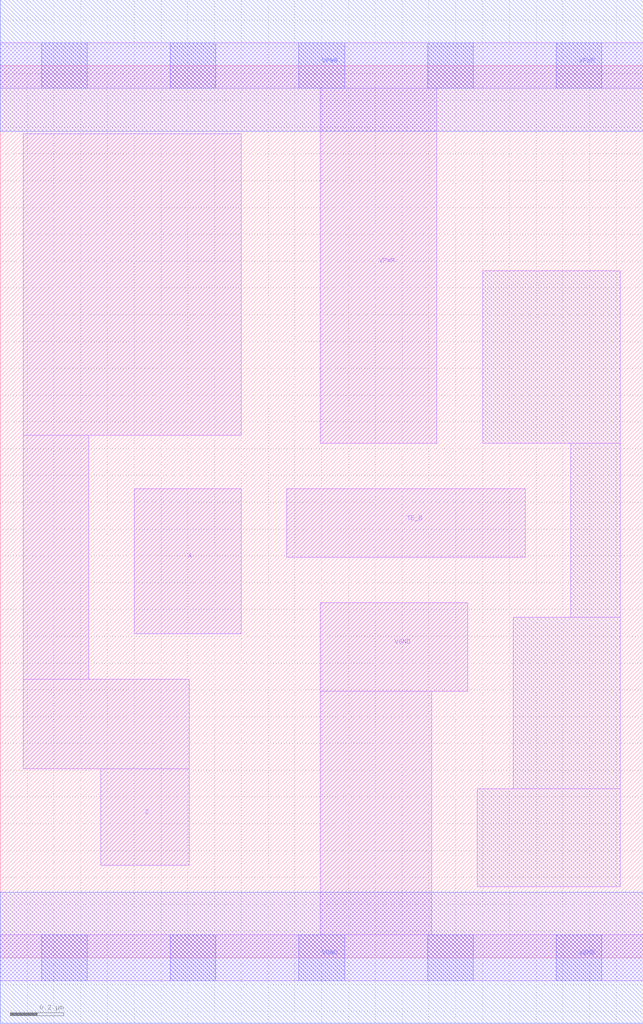
<source format=lef>
# Copyright 2020 The SkyWater PDK Authors
#
# Licensed under the Apache License, Version 2.0 (the "License");
# you may not use this file except in compliance with the License.
# You may obtain a copy of the License at
#
#     https://www.apache.org/licenses/LICENSE-2.0
#
# Unless required by applicable law or agreed to in writing, software
# distributed under the License is distributed on an "AS IS" BASIS,
# WITHOUT WARRANTIES OR CONDITIONS OF ANY KIND, either express or implied.
# See the License for the specific language governing permissions and
# limitations under the License.
#
# SPDX-License-Identifier: Apache-2.0

VERSION 5.7 ;
  NAMESCASESENSITIVE ON ;
  NOWIREEXTENSIONATPIN ON ;
  DIVIDERCHAR "/" ;
  BUSBITCHARS "[]" ;
UNITS
  DATABASE MICRONS 200 ;
END UNITS
MACRO sky130_fd_sc_lp__einvn_1
  CLASS CORE ;
  SOURCE USER ;
  FOREIGN sky130_fd_sc_lp__einvn_1 ;
  ORIGIN  0.000000  0.000000 ;
  SIZE  2.400000 BY  3.330000 ;
  SYMMETRY X Y R90 ;
  SITE unit ;
  PIN A
    ANTENNAGATEAREA  0.315000 ;
    DIRECTION INPUT ;
    USE SIGNAL ;
    PORT
      LAYER li1 ;
        RECT 0.500000 1.210000 0.900000 1.750000 ;
    END
  END A
  PIN TE_B
    ANTENNAGATEAREA  0.348000 ;
    DIRECTION INPUT ;
    USE SIGNAL ;
    PORT
      LAYER li1 ;
        RECT 1.070000 1.495000 1.960000 1.750000 ;
    END
  END TE_B
  PIN Z
    ANTENNADIFFAREA  0.556500 ;
    DIRECTION OUTPUT ;
    USE SIGNAL ;
    PORT
      LAYER li1 ;
        RECT 0.085000 0.705000 0.705000 1.040000 ;
        RECT 0.085000 1.040000 0.330000 1.950000 ;
        RECT 0.085000 1.950000 0.900000 3.075000 ;
        RECT 0.375000 0.345000 0.705000 0.705000 ;
    END
  END Z
  PIN VGND
    DIRECTION INOUT ;
    USE GROUND ;
    PORT
      LAYER li1 ;
        RECT 0.000000 -0.085000 2.400000 0.085000 ;
        RECT 1.195000  0.085000 1.610000 0.995000 ;
        RECT 1.195000  0.995000 1.745000 1.325000 ;
      LAYER mcon ;
        RECT 0.155000 -0.085000 0.325000 0.085000 ;
        RECT 0.635000 -0.085000 0.805000 0.085000 ;
        RECT 1.115000 -0.085000 1.285000 0.085000 ;
        RECT 1.595000 -0.085000 1.765000 0.085000 ;
        RECT 2.075000 -0.085000 2.245000 0.085000 ;
      LAYER met1 ;
        RECT 0.000000 -0.245000 2.400000 0.245000 ;
    END
  END VGND
  PIN VPWR
    DIRECTION INOUT ;
    USE POWER ;
    PORT
      LAYER li1 ;
        RECT 0.000000 3.245000 2.400000 3.415000 ;
        RECT 1.195000 1.920000 1.630000 3.245000 ;
      LAYER mcon ;
        RECT 0.155000 3.245000 0.325000 3.415000 ;
        RECT 0.635000 3.245000 0.805000 3.415000 ;
        RECT 1.115000 3.245000 1.285000 3.415000 ;
        RECT 1.595000 3.245000 1.765000 3.415000 ;
        RECT 2.075000 3.245000 2.245000 3.415000 ;
      LAYER met1 ;
        RECT 0.000000 3.085000 2.400000 3.575000 ;
    END
  END VPWR
  OBS
    LAYER li1 ;
      RECT 1.780000 0.265000 2.315000 0.630000 ;
      RECT 1.800000 1.920000 2.315000 2.565000 ;
      RECT 1.915000 0.630000 2.315000 1.270000 ;
      RECT 2.130000 1.270000 2.315000 1.920000 ;
  END
END sky130_fd_sc_lp__einvn_1

</source>
